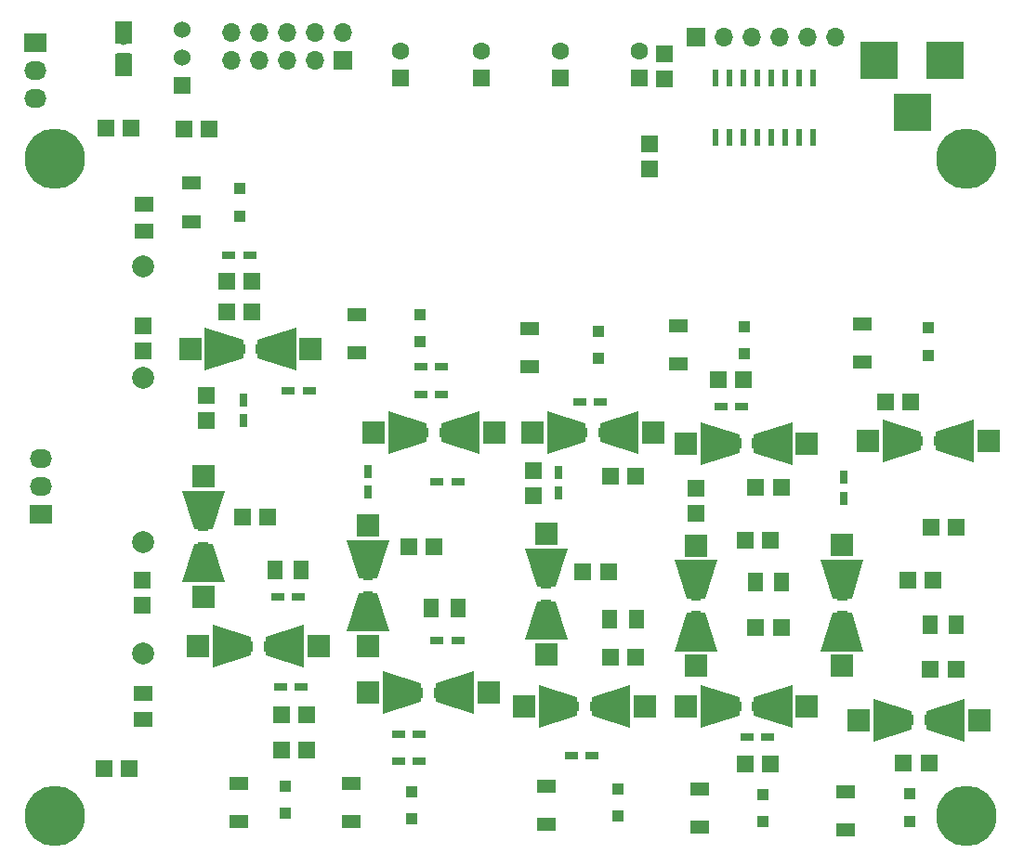
<source format=gts>
G04 #@! TF.FileFunction,Soldermask,Top*
%FSLAX46Y46*%
G04 Gerber Fmt 4.6, Leading zero omitted, Abs format (unit mm)*
G04 Created by KiCad (PCBNEW 4.0.3+e1-6302~38~ubuntu14.04.1-stable) date Mon Jan 30 16:46:43 2017*
%MOMM*%
%LPD*%
G01*
G04 APERTURE LIST*
%ADD10C,0.100000*%
%ADD11R,3.500120X3.500120*%
%ADD12R,2.032000X1.727200*%
%ADD13O,2.032000X1.727200*%
%ADD14C,5.500000*%
%ADD15R,1.699260X1.300480*%
%ADD16R,1.600000X1.600000*%
%ADD17R,1.200000X0.750000*%
%ADD18R,1.998980X1.998980*%
%ADD19R,1.400000X1.700000*%
%ADD20R,0.750000X1.200000*%
%ADD21R,1.700000X1.700000*%
%ADD22O,1.700000X1.700000*%
%ADD23R,0.600000X1.500000*%
%ADD24C,1.998980*%
%ADD25R,1.700000X1.400000*%
%ADD26C,1.524000*%
%ADD27R,1.524000X1.524000*%
%ADD28R,1.300000X1.300000*%
%ADD29C,1.300000*%
%ADD30R,1.501140X2.148840*%
%ADD31R,1.000000X1.000000*%
%ADD32C,1.600000*%
G04 APERTURE END LIST*
D10*
D11*
X133099860Y-25100000D03*
X139099340Y-25100000D03*
X136099600Y-29799000D03*
D12*
X56220000Y-23410000D03*
D13*
X56220000Y-25950000D03*
X56220000Y-28490000D03*
D14*
X141000000Y-34000000D03*
X58000000Y-34000000D03*
X58000000Y-94000000D03*
X141000000Y-94000000D03*
D15*
X74750000Y-90999940D03*
X74750000Y-94500060D03*
X70400000Y-39750060D03*
X70400000Y-36249940D03*
X85000000Y-90999940D03*
X85000000Y-94500060D03*
X85500000Y-51750060D03*
X85500000Y-48249940D03*
X102750000Y-91249940D03*
X102750000Y-94750060D03*
X101250000Y-53000060D03*
X101250000Y-49499940D03*
X116750000Y-91499940D03*
X116750000Y-95000060D03*
X114800000Y-52750060D03*
X114800000Y-49249940D03*
X130000000Y-91749940D03*
X130000000Y-95250060D03*
X131520000Y-52580060D03*
X131520000Y-49079940D03*
D16*
X71800000Y-57950000D03*
X71800000Y-55650000D03*
X80900000Y-88000000D03*
X78600000Y-88000000D03*
X80900000Y-84750000D03*
X78600000Y-84750000D03*
D17*
X78550000Y-82250000D03*
X80450000Y-82250000D03*
D16*
X75950000Y-48000000D03*
X73650000Y-48000000D03*
X75950000Y-45200000D03*
X73650000Y-45200000D03*
D17*
X73850000Y-42800000D03*
X75750000Y-42800000D03*
X80200000Y-74000000D03*
X78300000Y-74000000D03*
X81150000Y-55200000D03*
X79250000Y-55200000D03*
D10*
G36*
X73449450Y-72663060D02*
X69550550Y-72663060D01*
X70650370Y-69162940D01*
X72349630Y-69162940D01*
X73449450Y-72663060D01*
X73449450Y-72663060D01*
G37*
G36*
X69550550Y-64336940D02*
X73449450Y-64336940D01*
X72349630Y-67837060D01*
X70650370Y-67837060D01*
X69550550Y-64336940D01*
X69550550Y-64336940D01*
G37*
D18*
X71500000Y-74001640D03*
X71500000Y-62998360D03*
D10*
G36*
X71950000Y-68007500D02*
X71050000Y-68007500D01*
X71050000Y-67832500D01*
X71950000Y-67832500D01*
X71950000Y-68007500D01*
X71950000Y-68007500D01*
G37*
G36*
X71950000Y-69167500D02*
X71050000Y-69167500D01*
X71050000Y-68992500D01*
X71950000Y-68992500D01*
X71950000Y-69167500D01*
X71950000Y-69167500D01*
G37*
G36*
X80663060Y-76550550D02*
X80663060Y-80449450D01*
X77162940Y-79349630D01*
X77162940Y-77650370D01*
X80663060Y-76550550D01*
X80663060Y-76550550D01*
G37*
G36*
X72336940Y-80449450D02*
X72336940Y-76550550D01*
X75837060Y-77650370D01*
X75837060Y-79349630D01*
X72336940Y-80449450D01*
X72336940Y-80449450D01*
G37*
D18*
X82001640Y-78500000D03*
X70998360Y-78500000D03*
D10*
G36*
X76007500Y-78050000D02*
X76007500Y-78950000D01*
X75832500Y-78950000D01*
X75832500Y-78050000D01*
X76007500Y-78050000D01*
X76007500Y-78050000D01*
G37*
G36*
X77167500Y-78050000D02*
X77167500Y-78950000D01*
X76992500Y-78950000D01*
X76992500Y-78050000D01*
X77167500Y-78050000D01*
X77167500Y-78050000D01*
G37*
G36*
X79963060Y-49450550D02*
X79963060Y-53349450D01*
X76462940Y-52249630D01*
X76462940Y-50550370D01*
X79963060Y-49450550D01*
X79963060Y-49450550D01*
G37*
G36*
X71636940Y-53349450D02*
X71636940Y-49450550D01*
X75137060Y-50550370D01*
X75137060Y-52249630D01*
X71636940Y-53349450D01*
X71636940Y-53349450D01*
G37*
D18*
X81301640Y-51400000D03*
X70298360Y-51400000D03*
D10*
G36*
X75307500Y-50950000D02*
X75307500Y-51850000D01*
X75132500Y-51850000D01*
X75132500Y-50950000D01*
X75307500Y-50950000D01*
X75307500Y-50950000D01*
G37*
G36*
X76467500Y-50950000D02*
X76467500Y-51850000D01*
X76292500Y-51850000D01*
X76292500Y-50950000D01*
X76467500Y-50950000D01*
X76467500Y-50950000D01*
G37*
D19*
X78050000Y-71500000D03*
X80450000Y-71500000D03*
D20*
X75200000Y-56050000D03*
X75200000Y-57950000D03*
X86500000Y-62550000D03*
X86500000Y-64450000D03*
D17*
X89300000Y-86500000D03*
X91200000Y-86500000D03*
X89300000Y-89000000D03*
X91200000Y-89000000D03*
X91300000Y-55500000D03*
X93200000Y-55500000D03*
X91300000Y-53000000D03*
X93200000Y-53000000D03*
X94700000Y-78000000D03*
X92800000Y-78000000D03*
X94700000Y-63500000D03*
X92800000Y-63500000D03*
D10*
G36*
X88449450Y-77163060D02*
X84550550Y-77163060D01*
X85650370Y-73662940D01*
X87349630Y-73662940D01*
X88449450Y-77163060D01*
X88449450Y-77163060D01*
G37*
G36*
X84550550Y-68836940D02*
X88449450Y-68836940D01*
X87349630Y-72337060D01*
X85650370Y-72337060D01*
X84550550Y-68836940D01*
X84550550Y-68836940D01*
G37*
D18*
X86500000Y-78501640D03*
X86500000Y-67498360D03*
D10*
G36*
X86950000Y-72507500D02*
X86050000Y-72507500D01*
X86050000Y-72332500D01*
X86950000Y-72332500D01*
X86950000Y-72507500D01*
X86950000Y-72507500D01*
G37*
G36*
X86950000Y-73667500D02*
X86050000Y-73667500D01*
X86050000Y-73492500D01*
X86950000Y-73492500D01*
X86950000Y-73667500D01*
X86950000Y-73667500D01*
G37*
G36*
X96163060Y-80800550D02*
X96163060Y-84699450D01*
X92662940Y-83599630D01*
X92662940Y-81900370D01*
X96163060Y-80800550D01*
X96163060Y-80800550D01*
G37*
G36*
X87836940Y-84699450D02*
X87836940Y-80800550D01*
X91337060Y-81900370D01*
X91337060Y-83599630D01*
X87836940Y-84699450D01*
X87836940Y-84699450D01*
G37*
D18*
X97501640Y-82750000D03*
X86498360Y-82750000D03*
D10*
G36*
X91507500Y-82300000D02*
X91507500Y-83200000D01*
X91332500Y-83200000D01*
X91332500Y-82300000D01*
X91507500Y-82300000D01*
X91507500Y-82300000D01*
G37*
G36*
X92667500Y-82300000D02*
X92667500Y-83200000D01*
X92492500Y-83200000D01*
X92492500Y-82300000D01*
X92667500Y-82300000D01*
X92667500Y-82300000D01*
G37*
G36*
X96663060Y-57050550D02*
X96663060Y-60949450D01*
X93162940Y-59849630D01*
X93162940Y-58150370D01*
X96663060Y-57050550D01*
X96663060Y-57050550D01*
G37*
G36*
X88336940Y-60949450D02*
X88336940Y-57050550D01*
X91837060Y-58150370D01*
X91837060Y-59849630D01*
X88336940Y-60949450D01*
X88336940Y-60949450D01*
G37*
D18*
X98001640Y-59000000D03*
X86998360Y-59000000D03*
D10*
G36*
X92007500Y-58550000D02*
X92007500Y-59450000D01*
X91832500Y-59450000D01*
X91832500Y-58550000D01*
X92007500Y-58550000D01*
X92007500Y-58550000D01*
G37*
G36*
X93167500Y-58550000D02*
X93167500Y-59450000D01*
X92992500Y-59450000D01*
X92992500Y-58550000D01*
X93167500Y-58550000D01*
X93167500Y-58550000D01*
G37*
D19*
X92300000Y-75000000D03*
X94700000Y-75000000D03*
D20*
X103900000Y-62650000D03*
X103900000Y-64550000D03*
D17*
X105050000Y-88500000D03*
X106950000Y-88500000D03*
X105800000Y-56250000D03*
X107700000Y-56250000D03*
D16*
X101600000Y-64750000D03*
X101600000Y-62450000D03*
X108600000Y-79500000D03*
X110900000Y-79500000D03*
X108600000Y-63000000D03*
X110900000Y-63000000D03*
D10*
G36*
X104699450Y-77913060D02*
X100800550Y-77913060D01*
X101900370Y-74412940D01*
X103599630Y-74412940D01*
X104699450Y-77913060D01*
X104699450Y-77913060D01*
G37*
G36*
X100800550Y-69586940D02*
X104699450Y-69586940D01*
X103599630Y-73087060D01*
X101900370Y-73087060D01*
X100800550Y-69586940D01*
X100800550Y-69586940D01*
G37*
D18*
X102750000Y-79251640D03*
X102750000Y-68248360D03*
D10*
G36*
X103200000Y-73257500D02*
X102300000Y-73257500D01*
X102300000Y-73082500D01*
X103200000Y-73082500D01*
X103200000Y-73257500D01*
X103200000Y-73257500D01*
G37*
G36*
X103200000Y-74417500D02*
X102300000Y-74417500D01*
X102300000Y-74242500D01*
X103200000Y-74242500D01*
X103200000Y-74417500D01*
X103200000Y-74417500D01*
G37*
G36*
X110413060Y-82050550D02*
X110413060Y-85949450D01*
X106912940Y-84849630D01*
X106912940Y-83150370D01*
X110413060Y-82050550D01*
X110413060Y-82050550D01*
G37*
G36*
X102086940Y-85949450D02*
X102086940Y-82050550D01*
X105587060Y-83150370D01*
X105587060Y-84849630D01*
X102086940Y-85949450D01*
X102086940Y-85949450D01*
G37*
D18*
X111751640Y-84000000D03*
X100748360Y-84000000D03*
D10*
G36*
X105757500Y-83550000D02*
X105757500Y-84450000D01*
X105582500Y-84450000D01*
X105582500Y-83550000D01*
X105757500Y-83550000D01*
X105757500Y-83550000D01*
G37*
G36*
X106917500Y-83550000D02*
X106917500Y-84450000D01*
X106742500Y-84450000D01*
X106742500Y-83550000D01*
X106917500Y-83550000D01*
X106917500Y-83550000D01*
G37*
G36*
X111163060Y-57050550D02*
X111163060Y-60949450D01*
X107662940Y-59849630D01*
X107662940Y-58150370D01*
X111163060Y-57050550D01*
X111163060Y-57050550D01*
G37*
G36*
X102836940Y-60949450D02*
X102836940Y-57050550D01*
X106337060Y-58150370D01*
X106337060Y-59849630D01*
X102836940Y-60949450D01*
X102836940Y-60949450D01*
G37*
D18*
X112501640Y-59000000D03*
X101498360Y-59000000D03*
D10*
G36*
X106507500Y-58550000D02*
X106507500Y-59450000D01*
X106332500Y-59450000D01*
X106332500Y-58550000D01*
X106507500Y-58550000D01*
X106507500Y-58550000D01*
G37*
G36*
X107667500Y-58550000D02*
X107667500Y-59450000D01*
X107492500Y-59450000D01*
X107492500Y-58550000D01*
X107667500Y-58550000D01*
X107667500Y-58550000D01*
G37*
D19*
X108550000Y-76000000D03*
X110950000Y-76000000D03*
D16*
X116400000Y-66350000D03*
X116400000Y-64050000D03*
X123150000Y-89250000D03*
X120850000Y-89250000D03*
D17*
X121050000Y-86750000D03*
X122950000Y-86750000D03*
D16*
X120750000Y-54200000D03*
X118450000Y-54200000D03*
D17*
X118650000Y-56600000D03*
X120550000Y-56600000D03*
D16*
X121850000Y-76800000D03*
X124150000Y-76800000D03*
X121850000Y-64000000D03*
X124150000Y-64000000D03*
D10*
G36*
X118349450Y-78963060D02*
X114450550Y-78963060D01*
X115550370Y-75462940D01*
X117249630Y-75462940D01*
X118349450Y-78963060D01*
X118349450Y-78963060D01*
G37*
G36*
X114450550Y-70636940D02*
X118349450Y-70636940D01*
X117249630Y-74137060D01*
X115550370Y-74137060D01*
X114450550Y-70636940D01*
X114450550Y-70636940D01*
G37*
D18*
X116400000Y-80301640D03*
X116400000Y-69298360D03*
D10*
G36*
X116850000Y-74307500D02*
X115950000Y-74307500D01*
X115950000Y-74132500D01*
X116850000Y-74132500D01*
X116850000Y-74307500D01*
X116850000Y-74307500D01*
G37*
G36*
X116850000Y-75467500D02*
X115950000Y-75467500D01*
X115950000Y-75292500D01*
X116850000Y-75292500D01*
X116850000Y-75467500D01*
X116850000Y-75467500D01*
G37*
G36*
X125163060Y-82050550D02*
X125163060Y-85949450D01*
X121662940Y-84849630D01*
X121662940Y-83150370D01*
X125163060Y-82050550D01*
X125163060Y-82050550D01*
G37*
G36*
X116836940Y-85949450D02*
X116836940Y-82050550D01*
X120337060Y-83150370D01*
X120337060Y-84849630D01*
X116836940Y-85949450D01*
X116836940Y-85949450D01*
G37*
D18*
X126501640Y-84000000D03*
X115498360Y-84000000D03*
D10*
G36*
X120507500Y-83550000D02*
X120507500Y-84450000D01*
X120332500Y-84450000D01*
X120332500Y-83550000D01*
X120507500Y-83550000D01*
X120507500Y-83550000D01*
G37*
G36*
X121667500Y-83550000D02*
X121667500Y-84450000D01*
X121492500Y-84450000D01*
X121492500Y-83550000D01*
X121667500Y-83550000D01*
X121667500Y-83550000D01*
G37*
G36*
X125163060Y-58050550D02*
X125163060Y-61949450D01*
X121662940Y-60849630D01*
X121662940Y-59150370D01*
X125163060Y-58050550D01*
X125163060Y-58050550D01*
G37*
G36*
X116836940Y-61949450D02*
X116836940Y-58050550D01*
X120337060Y-59150370D01*
X120337060Y-60849630D01*
X116836940Y-61949450D01*
X116836940Y-61949450D01*
G37*
D18*
X126501640Y-60000000D03*
X115498360Y-60000000D03*
D10*
G36*
X120507500Y-59550000D02*
X120507500Y-60450000D01*
X120332500Y-60450000D01*
X120332500Y-59550000D01*
X120507500Y-59550000D01*
X120507500Y-59550000D01*
G37*
G36*
X121667500Y-59550000D02*
X121667500Y-60450000D01*
X121492500Y-60450000D01*
X121492500Y-59550000D01*
X121667500Y-59550000D01*
X121667500Y-59550000D01*
G37*
D19*
X121800000Y-72600000D03*
X124200000Y-72600000D03*
D20*
X129840000Y-63100000D03*
X129840000Y-65000000D03*
D16*
X137620000Y-89150000D03*
X135320000Y-89150000D03*
X135990000Y-56240000D03*
X133690000Y-56240000D03*
X62650000Y-31200000D03*
X64950000Y-31200000D03*
X137770000Y-80580000D03*
X140070000Y-80580000D03*
X137840000Y-67670000D03*
X140140000Y-67670000D03*
X137970000Y-72480000D03*
X135670000Y-72480000D03*
D10*
G36*
X131679450Y-78953060D02*
X127780550Y-78953060D01*
X128880370Y-75452940D01*
X130579630Y-75452940D01*
X131679450Y-78953060D01*
X131679450Y-78953060D01*
G37*
G36*
X127780550Y-70626940D02*
X131679450Y-70626940D01*
X130579630Y-74127060D01*
X128880370Y-74127060D01*
X127780550Y-70626940D01*
X127780550Y-70626940D01*
G37*
D18*
X129730000Y-80291640D03*
X129730000Y-69288360D03*
D10*
G36*
X130180000Y-74297500D02*
X129280000Y-74297500D01*
X129280000Y-74122500D01*
X130180000Y-74122500D01*
X130180000Y-74297500D01*
X130180000Y-74297500D01*
G37*
G36*
X130180000Y-75457500D02*
X129280000Y-75457500D01*
X129280000Y-75282500D01*
X130180000Y-75282500D01*
X130180000Y-75457500D01*
X130180000Y-75457500D01*
G37*
G36*
X140903060Y-83270550D02*
X140903060Y-87169450D01*
X137402940Y-86069630D01*
X137402940Y-84370370D01*
X140903060Y-83270550D01*
X140903060Y-83270550D01*
G37*
G36*
X132576940Y-87169450D02*
X132576940Y-83270550D01*
X136077060Y-84370370D01*
X136077060Y-86069630D01*
X132576940Y-87169450D01*
X132576940Y-87169450D01*
G37*
D18*
X142241640Y-85220000D03*
X131238360Y-85220000D03*
D10*
G36*
X136247500Y-84770000D02*
X136247500Y-85670000D01*
X136072500Y-85670000D01*
X136072500Y-84770000D01*
X136247500Y-84770000D01*
X136247500Y-84770000D01*
G37*
G36*
X137407500Y-84770000D02*
X137407500Y-85670000D01*
X137232500Y-85670000D01*
X137232500Y-84770000D01*
X137407500Y-84770000D01*
X137407500Y-84770000D01*
G37*
G36*
X141703060Y-57830550D02*
X141703060Y-61729450D01*
X138202940Y-60629630D01*
X138202940Y-58930370D01*
X141703060Y-57830550D01*
X141703060Y-57830550D01*
G37*
G36*
X133376940Y-61729450D02*
X133376940Y-57830550D01*
X136877060Y-58930370D01*
X136877060Y-60629630D01*
X133376940Y-61729450D01*
X133376940Y-61729450D01*
G37*
D18*
X143041640Y-59780000D03*
X132038360Y-59780000D03*
D10*
G36*
X137047500Y-59330000D02*
X137047500Y-60230000D01*
X136872500Y-60230000D01*
X136872500Y-59330000D01*
X137047500Y-59330000D01*
X137047500Y-59330000D01*
G37*
G36*
X138207500Y-59330000D02*
X138207500Y-60230000D01*
X138032500Y-60230000D01*
X138032500Y-59330000D01*
X138207500Y-59330000D01*
X138207500Y-59330000D01*
G37*
D21*
X116400000Y-22900000D03*
D22*
X118940000Y-22900000D03*
X121480000Y-22900000D03*
X124020000Y-22900000D03*
X126560000Y-22900000D03*
X129100000Y-22900000D03*
D19*
X137720000Y-76500000D03*
X140120000Y-76500000D03*
D23*
X118155000Y-32100000D03*
X119425000Y-32100000D03*
X120695000Y-32100000D03*
X121965000Y-32100000D03*
X123235000Y-32100000D03*
X124505000Y-32100000D03*
X125775000Y-32100000D03*
X127045000Y-32100000D03*
X127045000Y-26700000D03*
X125775000Y-26700000D03*
X124505000Y-26700000D03*
X123235000Y-26700000D03*
X121965000Y-26700000D03*
X120695000Y-26700000D03*
X119425000Y-26700000D03*
X118155000Y-26700000D03*
D16*
X65900000Y-72450000D03*
X65900000Y-74750000D03*
X66000000Y-51550000D03*
X66000000Y-49250000D03*
X77400000Y-66750000D03*
X75100000Y-66750000D03*
X92550000Y-69400000D03*
X90250000Y-69400000D03*
X108400000Y-71750000D03*
X106100000Y-71750000D03*
X123150000Y-68800000D03*
X120850000Y-68800000D03*
D24*
X66000000Y-79200000D03*
X66000000Y-69040000D03*
X66000000Y-54000000D03*
X66000000Y-43840000D03*
D25*
X66000000Y-82800000D03*
X66000000Y-85200000D03*
X66100000Y-40600000D03*
X66100000Y-38200000D03*
D16*
X113500000Y-24450000D03*
X113500000Y-26750000D03*
X72050000Y-31300000D03*
X69750000Y-31300000D03*
D26*
X69570000Y-24790000D03*
X69570000Y-22250000D03*
D27*
X69570000Y-27330000D03*
D28*
X64220000Y-25000000D03*
D29*
X64220000Y-23000000D03*
D30*
X64220000Y-25501140D03*
X64220000Y-22498860D03*
D31*
X79000000Y-91250000D03*
X79000000Y-93750000D03*
X74800000Y-39250000D03*
X74800000Y-36750000D03*
X90500000Y-91750000D03*
X90500000Y-94250000D03*
X91250000Y-50750000D03*
X91250000Y-48250000D03*
X109250000Y-91500000D03*
X109250000Y-94000000D03*
X107500000Y-52250000D03*
X107500000Y-49750000D03*
X122530000Y-92020000D03*
X122530000Y-94520000D03*
X120800000Y-51850000D03*
X120800000Y-49350000D03*
X135840000Y-91960000D03*
X135840000Y-94460000D03*
X137580000Y-51960000D03*
X137580000Y-49460000D03*
D16*
X96800000Y-26700000D03*
D32*
X96800000Y-24200000D03*
D16*
X89500000Y-26700000D03*
D32*
X89500000Y-24200000D03*
D16*
X111200000Y-26700000D03*
D32*
X111200000Y-24200000D03*
D16*
X104000000Y-26700000D03*
D32*
X104000000Y-24200000D03*
D21*
X84240000Y-25030000D03*
D22*
X84240000Y-22490000D03*
X81700000Y-25030000D03*
X81700000Y-22490000D03*
X79160000Y-25030000D03*
X79160000Y-22490000D03*
X76620000Y-25030000D03*
X76620000Y-22490000D03*
X74080000Y-25030000D03*
X74080000Y-22490000D03*
D16*
X62450000Y-89700000D03*
X64750000Y-89700000D03*
D12*
X56750000Y-66500000D03*
D13*
X56750000Y-63960000D03*
X56750000Y-61420000D03*
D16*
X112200000Y-34950000D03*
X112200000Y-32650000D03*
M02*

</source>
